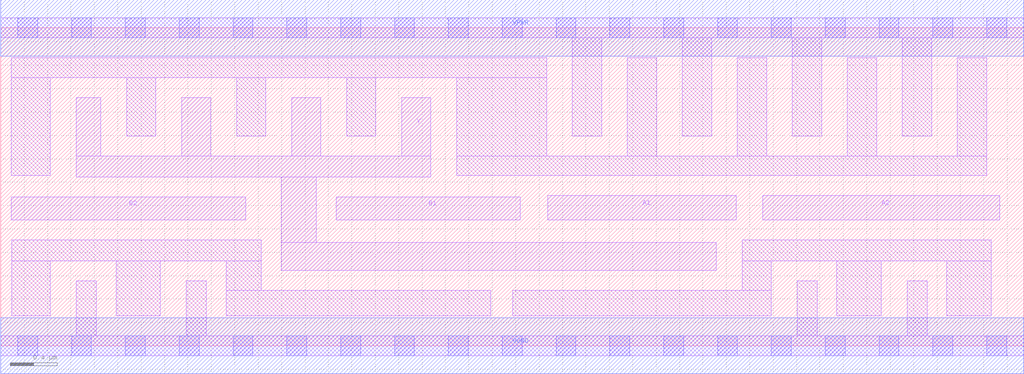
<source format=lef>
# Copyright 2020 The SkyWater PDK Authors
#
# Licensed under the Apache License, Version 2.0 (the "License");
# you may not use this file except in compliance with the License.
# You may obtain a copy of the License at
#
#     https://www.apache.org/licenses/LICENSE-2.0
#
# Unless required by applicable law or agreed to in writing, software
# distributed under the License is distributed on an "AS IS" BASIS,
# WITHOUT WARRANTIES OR CONDITIONS OF ANY KIND, either express or implied.
# See the License for the specific language governing permissions and
# limitations under the License.
#
# SPDX-License-Identifier: Apache-2.0

VERSION 5.7 ;
  NAMESCASESENSITIVE ON ;
  NOWIREEXTENSIONATPIN ON ;
  DIVIDERCHAR "/" ;
  BUSBITCHARS "[]" ;
UNITS
  DATABASE MICRONS 200 ;
END UNITS
PROPERTYDEFINITIONS
  MACRO maskLayoutSubType STRING ;
  MACRO prCellType STRING ;
  MACRO originalViewName STRING ;
END PROPERTYDEFINITIONS
MACRO sky130_fd_sc_hdll__a22oi_4
  CLASS CORE ;
  FOREIGN sky130_fd_sc_hdll__a22oi_4 ;
  ORIGIN  0.000000  0.000000 ;
  SIZE  8.740000 BY  2.720000 ;
  SYMMETRY X Y R90 ;
  SITE unithd ;
  PIN A1
    ANTENNAGATEAREA  1.110000 ;
    DIRECTION INPUT ;
    USE SIGNAL ;
    PORT
      LAYER li1 ;
        RECT 4.675000 1.075000 6.285000 1.285000 ;
    END
  END A1
  PIN A2
    ANTENNAGATEAREA  1.110000 ;
    DIRECTION INPUT ;
    USE SIGNAL ;
    PORT
      LAYER li1 ;
        RECT 6.510000 1.075000 8.535000 1.285000 ;
    END
  END A2
  PIN B1
    ANTENNAGATEAREA  1.110000 ;
    DIRECTION INPUT ;
    USE SIGNAL ;
    PORT
      LAYER li1 ;
        RECT 2.865000 1.075000 4.440000 1.275000 ;
    END
  END B1
  PIN B2
    ANTENNAGATEAREA  1.110000 ;
    DIRECTION INPUT ;
    USE SIGNAL ;
    PORT
      LAYER li1 ;
        RECT 0.090000 1.075000 2.095000 1.275000 ;
    END
  END B2
  PIN Y
    ANTENNADIFFAREA  2.024500 ;
    DIRECTION OUTPUT ;
    USE SIGNAL ;
    PORT
      LAYER li1 ;
        RECT 0.645000 1.445000 3.675000 1.625000 ;
        RECT 0.645000 1.625000 0.855000 2.125000 ;
        RECT 1.545000 1.625000 1.795000 2.125000 ;
        RECT 2.395000 0.645000 6.115000 0.885000 ;
        RECT 2.395000 0.885000 2.695000 1.445000 ;
        RECT 2.485000 1.625000 2.735000 2.125000 ;
        RECT 3.425000 1.625000 3.675000 2.125000 ;
    END
  END Y
  PIN VGND
    DIRECTION INOUT ;
    USE GROUND ;
    PORT
      LAYER met1 ;
        RECT 0.000000 -0.240000 8.740000 0.240000 ;
    END
  END VGND
  PIN VPWR
    DIRECTION INOUT ;
    USE POWER ;
    PORT
      LAYER met1 ;
        RECT 0.000000 2.480000 8.740000 2.960000 ;
    END
  END VPWR
  OBS
    LAYER li1 ;
      RECT 0.000000 -0.085000 8.740000 0.085000 ;
      RECT 0.000000  2.635000 8.740000 2.805000 ;
      RECT 0.090000  1.455000 0.425000 2.295000 ;
      RECT 0.090000  2.295000 4.665000 2.465000 ;
      RECT 0.095000  0.255000 0.425000 0.725000 ;
      RECT 0.095000  0.725000 2.225000 0.905000 ;
      RECT 0.645000  0.085000 0.815000 0.555000 ;
      RECT 0.985000  0.255000 1.365000 0.725000 ;
      RECT 1.075000  1.795000 1.325000 2.295000 ;
      RECT 1.585000  0.085000 1.755000 0.555000 ;
      RECT 1.925000  0.255000 4.185000 0.475000 ;
      RECT 1.925000  0.475000 2.225000 0.725000 ;
      RECT 2.015000  1.795000 2.265000 2.295000 ;
      RECT 2.955000  1.795000 3.205000 2.295000 ;
      RECT 3.895000  1.455000 8.425000 1.625000 ;
      RECT 3.895000  1.625000 4.665000 2.295000 ;
      RECT 4.375000  0.255000 6.585000 0.475000 ;
      RECT 4.885000  1.795000 5.135000 2.635000 ;
      RECT 5.355000  1.625000 5.605000 2.465000 ;
      RECT 5.825000  1.795000 6.075000 2.635000 ;
      RECT 6.295000  1.625000 6.545000 2.465000 ;
      RECT 6.335000  0.475000 6.585000 0.725000 ;
      RECT 6.335000  0.725000 8.465000 0.905000 ;
      RECT 6.765000  1.795000 7.015000 2.635000 ;
      RECT 6.805000  0.085000 6.975000 0.555000 ;
      RECT 7.145000  0.255000 7.525000 0.725000 ;
      RECT 7.235000  1.625000 7.485000 2.465000 ;
      RECT 7.705000  1.795000 7.955000 2.635000 ;
      RECT 7.745000  0.085000 7.915000 0.555000 ;
      RECT 8.085000  0.255000 8.465000 0.725000 ;
      RECT 8.175000  1.625000 8.425000 2.465000 ;
    LAYER mcon ;
      RECT 0.145000 -0.085000 0.315000 0.085000 ;
      RECT 0.145000  2.635000 0.315000 2.805000 ;
      RECT 0.605000 -0.085000 0.775000 0.085000 ;
      RECT 0.605000  2.635000 0.775000 2.805000 ;
      RECT 1.065000 -0.085000 1.235000 0.085000 ;
      RECT 1.065000  2.635000 1.235000 2.805000 ;
      RECT 1.525000 -0.085000 1.695000 0.085000 ;
      RECT 1.525000  2.635000 1.695000 2.805000 ;
      RECT 1.985000 -0.085000 2.155000 0.085000 ;
      RECT 1.985000  2.635000 2.155000 2.805000 ;
      RECT 2.445000 -0.085000 2.615000 0.085000 ;
      RECT 2.445000  2.635000 2.615000 2.805000 ;
      RECT 2.905000 -0.085000 3.075000 0.085000 ;
      RECT 2.905000  2.635000 3.075000 2.805000 ;
      RECT 3.365000 -0.085000 3.535000 0.085000 ;
      RECT 3.365000  2.635000 3.535000 2.805000 ;
      RECT 3.825000 -0.085000 3.995000 0.085000 ;
      RECT 3.825000  2.635000 3.995000 2.805000 ;
      RECT 4.285000 -0.085000 4.455000 0.085000 ;
      RECT 4.285000  2.635000 4.455000 2.805000 ;
      RECT 4.745000 -0.085000 4.915000 0.085000 ;
      RECT 4.745000  2.635000 4.915000 2.805000 ;
      RECT 5.205000 -0.085000 5.375000 0.085000 ;
      RECT 5.205000  2.635000 5.375000 2.805000 ;
      RECT 5.665000 -0.085000 5.835000 0.085000 ;
      RECT 5.665000  2.635000 5.835000 2.805000 ;
      RECT 6.125000 -0.085000 6.295000 0.085000 ;
      RECT 6.125000  2.635000 6.295000 2.805000 ;
      RECT 6.585000 -0.085000 6.755000 0.085000 ;
      RECT 6.585000  2.635000 6.755000 2.805000 ;
      RECT 7.045000 -0.085000 7.215000 0.085000 ;
      RECT 7.045000  2.635000 7.215000 2.805000 ;
      RECT 7.505000 -0.085000 7.675000 0.085000 ;
      RECT 7.505000  2.635000 7.675000 2.805000 ;
      RECT 7.965000 -0.085000 8.135000 0.085000 ;
      RECT 7.965000  2.635000 8.135000 2.805000 ;
      RECT 8.425000 -0.085000 8.595000 0.085000 ;
      RECT 8.425000  2.635000 8.595000 2.805000 ;
  END
  PROPERTY maskLayoutSubType "abstract" ;
  PROPERTY prCellType "standard" ;
  PROPERTY originalViewName "layout" ;
END sky130_fd_sc_hdll__a22oi_4

</source>
